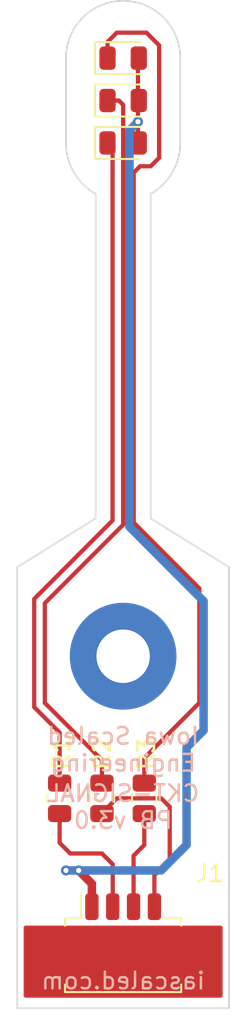
<source format=kicad_pcb>
(kicad_pcb (version 20211014) (generator pcbnew)
  (layers (0 "F.Cu" signal) (31 "B.Cu" signal) (34 "B.Paste" user) (35 "F.Paste" user) (36 "B.SilkS" user "B.Silkscreen") (37 "F.SilkS" user "F.Silkscreen") (38 "B.Mask" user) (39 "F.Mask" user) (44 "Edge.Cuts" user))
  (net 0 "")
  (net 1 "Net-(D1-Pad1)")
  (net 2 "Net-(D2-Pad1)")
  (net 3 "Net-(D3-Pad1)")
  (net 5 "Net-(D1-Pad2)")
  (net 6 "Net-(J1-Pad2)")
  (net 7 "Net-(J1-Pad3)")
  (net 8 "Net-(J1-Pad4)")
  (net 9 "unconnected-(J1-PadMP)")
  (footprint "LED_SMD:LED_0805_2012Metric" (layer "F.Cu") (at 32.385 138.43)
    (fp_text reference "D1" hide)
    (fp_text value "RED")
    (fp_line (start 1 -0.96) (end -1.685 -0.96) (layer "F.SilkS") (width 0.12))
    (fp_line (start -1.685 0.96) (end 1 0.96) (layer "F.SilkS") (width 0.12))
    (fp_line (start -1.685 -0.96) (end -1.685 0.96) (layer "F.SilkS") (width 0.12))
    (pad "1" smd roundrect (at -0.9375 0) (size 0.975 1.4) (layers "F.Cu" "F.Paste" "F.Mask") (net 1 "Net-(D1-Pad1)"))
    (pad "2" smd roundrect (at 0.9375 0) (size 0.975 1.4) (layers "F.Cu" "F.Paste" "F.Mask") (net 5 "Net-(D1-Pad2)"))
  )
  (footprint "MountingHole:MountingHole_3.2mm_M3_Pad" (layer "F.Cu") (at 32.385 169.164)
    (fp_text reference "H1" hide)
    (fp_text value "MountingHole")
    (pad "1" thru_hole circle (at 0 0) (size 6.4 6.4) (drill 3.2) (layers *.Cu *.Mask))
  )
  (footprint "Resistor_SMD:R_0805_2012Metric" (layer "F.Cu") (at 31.115 177.673 -90)
    (fp_text reference "R2" (at -2.667 0 90) (layer "F.SilkS"))
    (fp_text value "1k")
    (fp_line (start -0.227064 -0.735) (end 0.227064 -0.735) (layer "F.SilkS") (width 0.12))
    (fp_line (start -0.227064 0.735) (end 0.227064 0.735) (layer "F.SilkS") (width 0.12))
    (pad "1" smd roundrect (at -0.9125 0 270) (size 1.025 1.4) (layers "F.Cu" "F.Paste" "F.Mask") (roundrect_rratio 0.243902) (net 2 "Net-(D2-Pad1)"))
    (pad "2" smd roundrect (at 0.9125 0 270) (size 1.025 1.4) (layers "F.Cu" "F.Paste" "F.Mask") (roundrect_rratio 0.243902) (net 8 "Net-(J1-Pad4)"))
  )
  (footprint "LED_SMD:LED_0805_2012Metric" (layer "F.Cu") (at 32.385 135.89)
    (fp_text reference "D2" hide)
    (fp_text value "AMBER")
    (fp_line (start -1.685 0.96) (end 1 0.96) (layer "F.SilkS") (width 0.12))
    (fp_line (start -1.685 -0.96) (end -1.685 0.96) (layer "F.SilkS") (width 0.12))
    (fp_line (start 1 -0.96) (end -1.685 -0.96) (layer "F.SilkS") (width 0.12))
    (pad "1" smd roundrect (at -0.9375 0) (size 0.975 1.4) (layers "F.Cu" "F.Paste" "F.Mask") (net 2 "Net-(D2-Pad1)"))
    (pad "2" smd roundrect (at 0.9375 0) (size 0.975 1.4) (layers "F.Cu" "F.Paste" "F.Mask") (net 5 "Net-(D1-Pad2)"))
  )
  (footprint "Resistor_SMD:R_0805_2012Metric" (layer "F.Cu") (at 28.575 177.673 -90)
    (fp_text reference "R1" (at -2.667 -0.127 90) (layer "F.SilkS"))
    (fp_text value "1k")
    (fp_line (start -0.227064 0.735) (end 0.227064 0.735) (layer "F.SilkS") (width 0.12))
    (fp_line (start -0.227064 -0.735) (end 0.227064 -0.735) (layer "F.SilkS") (width 0.12))
    (pad "1" smd roundrect (at -0.9125 0 270) (size 1.025 1.4) (layers "F.Cu" "F.Paste" "F.Mask") (roundrect_rratio 0.243902) (net 1 "Net-(D1-Pad1)"))
    (pad "2" smd roundrect (at 0.9125 0 270) (size 1.025 1.4) (layers "F.Cu" "F.Paste" "F.Mask") (roundrect_rratio 0.243902) (net 6 "Net-(J1-Pad2)"))
  )
  (footprint "Resistor_SMD:R_0805_2012Metric" (layer "F.Cu") (at 33.655 177.673 -90)
    (fp_text reference "R3" (at -2.667 -0.127 90) (layer "F.SilkS"))
    (fp_text value "1k")
    (fp_line (start -0.227064 -0.735) (end 0.227064 -0.735) (layer "F.SilkS") (width 0.12))
    (fp_line (start -0.227064 0.735) (end 0.227064 0.735) (layer "F.SilkS") (width 0.12))
    (pad "1" smd roundrect (at -0.9125 0 270) (size 1.025 1.4) (layers "F.Cu" "F.Paste" "F.Mask") (roundrect_rratio 0.243902) (net 3 "Net-(D3-Pad1)"))
    (pad "2" smd roundrect (at 0.9125 0 270) (size 1.025 1.4) (layers "F.Cu" "F.Paste" "F.Mask") (roundrect_rratio 0.243902) (net 7 "Net-(J1-Pad3)"))
  )
  (footprint "LED_SMD:LED_0805_2012Metric" (layer "F.Cu") (at 32.385 133.35)
    (fp_text reference "D3" hide)
    (fp_text value "GREEN")
    (fp_line (start -1.685 -0.96) (end -1.685 0.96) (layer "F.SilkS") (width 0.12))
    (fp_line (start 1 -0.96) (end -1.685 -0.96) (layer "F.SilkS") (width 0.12))
    (fp_line (start -1.685 0.96) (end 1 0.96) (layer "F.SilkS") (width 0.12))
    (pad "1" smd roundrect (at -0.9375 0) (size 0.975 1.4) (layers "F.Cu" "F.Paste" "F.Mask") (net 3 "Net-(D3-Pad1)"))
    (pad "2" smd roundrect (at 0.9375 0) (size 0.975 1.4) (layers "F.Cu" "F.Paste" "F.Mask") (net 5 "Net-(D1-Pad2)"))
  )
  (footprint "Connector_Molex:Molex_PicoBlade_53261-0471_1x04-1MP_P1.25mm_Horizontal" (layer "F.Cu") (at 32.385 186.563)
    (fp_text reference "J1" (at 5.207 -4.4) (layer "F.SilkS"))
    (fp_text value "Molex 0532610471")
    (fp_line (start -3.485 -1.71) (end -2.535 -1.71) (layer "F.SilkS") (width 0.12))
    (fp_line (start -3.485 -1.26) (end -3.485 -1.71) (layer "F.SilkS") (width 0.12))
    (fp_line (start 3.485 2.71) (end 3.485 2.26) (layer "F.SilkS") (width 0.12))
    (fp_line (start -3.485 2.26) (end -3.485 2.71) (layer "F.SilkS") (width 0.12))
    (fp_line (start -2.535 -1.71) (end -2.535 -3.2) (layer "F.SilkS") (width 0.12))
    (fp_line (start 3.485 -1.26) (end 3.485 -1.71) (layer "F.SilkS") (width 0.12))
    (fp_line (start -3.485 2.71) (end 3.485 2.71) (layer "F.SilkS") (width 0.12))
    (fp_line (start 3.485 -1.71) (end 2.535 -1.71) (layer "F.SilkS") (width 0.12))
    (pad "1" smd roundrect (at -1.875 -2.4) (size 0.8 1.6) (layers "F.Cu" "F.Paste" "F.Mask") (net 5 "Net-(D1-Pad2)"))
    (pad "2" smd roundrect (at -0.625 -2.4) (size 0.8 1.6) (layers "F.Cu" "F.Paste" "F.Mask") (net 6 "Net-(J1-Pad2)"))
    (pad "3" smd roundrect (at 0.625 -2.4) (size 0.8 1.6) (layers "F.Cu" "F.Paste" "F.Mask") (net 7 "Net-(J1-Pad3)"))
    (pad "4" smd roundrect (at 1.875 -2.4) (size 0.8 1.6) (layers "F.Cu" "F.Paste" "F.Mask") (net 8 "Net-(J1-Pad4)"))
    (pad "MP" smd roundrect (at -4.425 0.5) (size 2.1 3) (layers "F.Cu" "F.Paste" "F.Mask") (roundrect_rratio 0.119048) (net 9 "unconnected-(J1-PadMP)"))
    (pad "MP" smd roundrect (at 4.425 0.5) (size 2.1 3) (layers "F.Cu" "F.Paste" "F.Mask") (roundrect_rratio 0.119048) (net 9 "unconnected-(J1-PadMP)"))
  )
  (gr_line (start 30.734 160.909) (end 26.035 163.83) (layer "Edge.Cuts") (width 0.1))
  (gr_line (start 35.814 138.43) (end 35.814 133.35) (layer "Edge.Cuts") (width 0.1))
  (gr_line (start 34.036 141.478) (end 34.036 160.909) (layer "Edge.Cuts") (width 0.1))
  (gr_line (start 30.734 141.478) (end 30.734 160.909) (layer "Edge.Cuts") (width 0.1))
  (gr_arc (start 30.734 141.478) (mid 29.432988 140.19434) (end 28.956 138.43) (layer "Edge.Cuts") (width 0.1))
  (gr_arc (start 28.956 133.35) (mid 32.385 129.921) (end 35.814 133.35) (layer "Edge.Cuts") (width 0.1))
  (gr_line (start 28.956 133.35) (end 28.956 138.43) (layer "Edge.Cuts") (width 0.1))
  (gr_line (start 38.735 163.83) (end 34.036 160.909) (layer "Edge.Cuts") (width 0.1))
  (gr_line (start 26.035 163.83) (end 26.035 190.246) (layer "Edge.Cuts") (width 0.1))
  (gr_line (start 38.735 190.246) (end 38.735 163.83) (layer "Edge.Cuts") (width 0.1))
  (gr_line (start 26.035 190.246) (end 38.735 190.246) (layer "Edge.Cuts") (width 0.1))
  (gr_arc (start 35.814 138.43) (mid 35.337012 140.19434) (end 34.036 141.478) (layer "Edge.Cuts") (width 0.1))
  (gr_text "CKT-SIGNAL\nPB v3.0" (at 32.385 178.181) (layer "B.SilkS") (effects (font (size 1 1)) (justify mirror)))
  (gr_text "Iowa Scaled\nEngineering" (at 32.385 174.752) (layer "B.SilkS") (effects (font (size 1 1)) (justify mirror)))
  (gr_text "iascaled.com" (at 32.385 188.595) (layer "B.SilkS") (effects (font (size 1 1)) (justify mirror)))
  (segment (start 27.051 172.212) (end 27.051 165.735) (width 0.254) (layer "F.Cu") (net 1))
  (segment (start 28.575 173.736) (end 27.051 172.212) (width 0.254) (layer "F.Cu") (net 1))
  (segment (start 31.75 161.036) (end 31.75 138.7325) (width 0.254) (layer "F.Cu") (net 1))
  (segment (start 27.051 165.735) (end 31.75 161.036) (width 0.254) (layer "F.Cu") (net 1))
  (segment (start 28.575 176.7605) (end 28.575 173.736) (width 0.254) (layer "F.Cu") (net 1))
  (segment (start 31.75 138.7325) (end 31.4475 138.43) (width 0.254) (layer "F.Cu") (net 1))
  (segment (start 32.385 136.144) (end 32.131 135.89) (width 0.254) (layer "F.Cu") (net 2))
  (segment (start 32.131 135.89) (end 31.4475 135.89) (width 0.254) (layer "F.Cu") (net 2))
  (segment (start 32.385 161.29) (end 32.385 136.144) (width 0.254) (layer "F.Cu") (net 2))
  (segment (start 31.115 175.387) (end 27.686 171.958) (width 0.254) (layer "F.Cu") (net 2))
  (segment (start 27.686 171.958) (end 27.686 165.989) (width 0.254) (layer "F.Cu") (net 2))
  (segment (start 27.686 165.989) (end 32.385 161.29) (width 0.254) (layer "F.Cu") (net 2))
  (segment (start 31.115 176.7605) (end 31.115 175.387) (width 0.254) (layer "F.Cu") (net 2))
  (segment (start 36.957 165.1) (end 36.957 171.958) (width 0.254) (layer "F.Cu") (net 3))
  (segment (start 32.004 131.826) (end 33.782 131.826) (width 0.254) (layer "F.Cu") (net 3))
  (segment (start 34.544 139.319) (end 34.036 139.827) (width 0.254) (layer "F.Cu") (net 3))
  (segment (start 33.401267 139.827) (end 33.02 140.208267) (width 0.254) (layer "F.Cu") (net 3))
  (segment (start 33.02 140.208267) (end 33.02 161.163) (width 0.254) (layer "F.Cu") (net 3))
  (segment (start 36.957 171.958) (end 33.655 175.26) (width 0.254) (layer "F.Cu") (net 3))
  (segment (start 33.655 175.26) (end 33.655 176.7605) (width 0.254) (layer "F.Cu") (net 3))
  (segment (start 31.4475 132.3825) (end 32.004 131.826) (width 0.254) (layer "F.Cu") (net 3))
  (segment (start 33.02 161.163) (end 36.957 165.1) (width 0.254) (layer "F.Cu") (net 3))
  (segment (start 34.036 139.827) (end 33.401267 139.827) (width 0.254) (layer "F.Cu") (net 3))
  (segment (start 33.782 131.826) (end 34.544 132.588) (width 0.254) (layer "F.Cu") (net 3))
  (segment (start 34.544 132.588) (end 34.544 139.319) (width 0.254) (layer "F.Cu") (net 3))
  (segment (start 31.4475 133.35) (end 31.4475 132.3825) (width 0.254) (layer "F.Cu") (net 3))
  (segment (start 30.51 182.783) (end 29.718 181.991) (width 0.508) (layer "F.Cu") (net 5))
  (segment (start 33.274 133.3985) (end 33.3225 133.35) (width 0.254) (layer "F.Cu") (net 5))
  (segment (start 33.274 138.3815) (end 33.3225 138.43) (width 0.254) (layer "F.Cu") (net 5))
  (segment (start 33.274 137.16) (end 33.274 138.3815) (width 0.254) (layer "F.Cu") (net 5))
  (segment (start 28.956 181.991) (end 29.718 181.991) (width 0.508) (layer "F.Cu") (net 5))
  (segment (start 30.51 184.163) (end 30.51 182.783) (width 0.508) (layer "F.Cu") (net 5))
  (segment (start 33.274 137.16) (end 33.274 133.3985) (width 0.254) (layer "F.Cu") (net 5))
  (via (at 33.274 137.16) (size 0.6096) (drill 0.3048) (layers "F.Cu" "B.Cu") (net 5))
  (via (at 29.718 181.991) (size 0.6096) (drill 0.3048) (layers "F.Cu" "B.Cu") (net 5))
  (via (at 28.956 181.991) (size 0.6096) (drill 0.3048) (layers "F.Cu" "B.Cu") (net 5))
  (segment (start 37.211 165.862) (end 37.211 173.609) (width 0.508) (layer "B.Cu") (net 5))
  (segment (start 29.718 181.991) (end 28.956 181.991) (width 0.508) (layer "B.Cu") (net 5))
  (segment (start 34.661 181.991) (end 29.718 181.991) (width 0.508) (layer "B.Cu") (net 5))
  (segment (start 36.19 180.462) (end 34.661 181.991) (width 0.508) (layer "B.Cu") (net 5))
  (segment (start 32.766 137.668) (end 32.766 161.417) (width 0.508) (layer "B.Cu") (net 5))
  (segment (start 37.211 173.609) (end 36.19 174.63) (width 0.508) (layer "B.Cu") (net 5))
  (segment (start 32.766 161.417) (end 37.211 165.862) (width 0.508) (layer "B.Cu") (net 5))
  (segment (start 36.19 174.63) (end 36.19 180.462) (width 0.508) (layer "B.Cu") (net 5))
  (segment (start 33.274 137.16) (end 32.766 137.668) (width 0.508) (layer "B.Cu") (net 5))
  (segment (start 29.21 180.975) (end 28.575 180.34) (width 0.254) (layer "F.Cu") (net 6))
  (segment (start 31.76 181.62) (end 31.115 180.975) (width 0.254) (layer "F.Cu") (net 6))
  (segment (start 31.76 184.163) (end 31.76 181.62) (width 0.254) (layer "F.Cu") (net 6))
  (segment (start 31.115 180.975) (end 29.21 180.975) (width 0.254) (layer "F.Cu") (net 6))
  (segment (start 28.57 178.5905) (end 28.575 178.5855) (width 0.254) (layer "F.Cu") (net 6))
  (segment (start 28.575 180.34) (end 28.575 178.5855) (width 0.254) (layer "F.Cu") (net 6))
  (segment (start 33.01 181.112) (end 33.655 180.467) (width 0.254) (layer "F.Cu") (net 7))
  (segment (start 33.01 184.163) (end 33.01 181.112) (width 0.254) (layer "F.Cu") (net 7))
  (segment (start 33.655 178.5855) (end 33.65 178.5905) (width 0.254) (layer "F.Cu") (net 7))
  (segment (start 33.655 180.467) (end 33.655 178.5855) (width 0.254) (layer "F.Cu") (net 7))
  (segment (start 34.671 177.673) (end 35.179 178.181) (width 0.254) (layer "F.Cu") (net 8))
  (segment (start 34.26 182.275) (end 34.26 184.163) (width 0.254) (layer "F.Cu") (net 8))
  (segment (start 32.004 177.673) (end 34.671 177.673) (width 0.254) (layer "F.Cu") (net 8))
  (segment (start 31.115 178.562) (end 32.004 177.673) (width 0.254) (layer "F.Cu") (net 8))
  (segment (start 35.179 181.356) (end 34.26 182.275) (width 0.254) (layer "F.Cu") (net 8))
  (segment (start 31.115 178.5855) (end 31.115 178.562) (width 0.254) (layer "F.Cu") (net 8))
  (segment (start 35.179 178.181) (end 35.179 181.356) (width 0.254) (layer "F.Cu") (net 8))
  (segment (start 31.115 178.5855) (end 31.11 178.5905) (width 0.254) (layer "F.Cu") (net 8))
  (zone (net 9) (net_name "unconnected-(J1-PadMP)") (layer "F.Cu") (connect_pads (clearance 0.254)) (min_thickness 0.254) (fill yes (thermal_gap 0.508) (thermal_bridge_width 0.508))
    (polygon (pts (xy 38.354 189.611) (xy 26.416 189.611) (xy 26.416 185.293) (xy 38.354 185.293)))
  )
)
</source>
